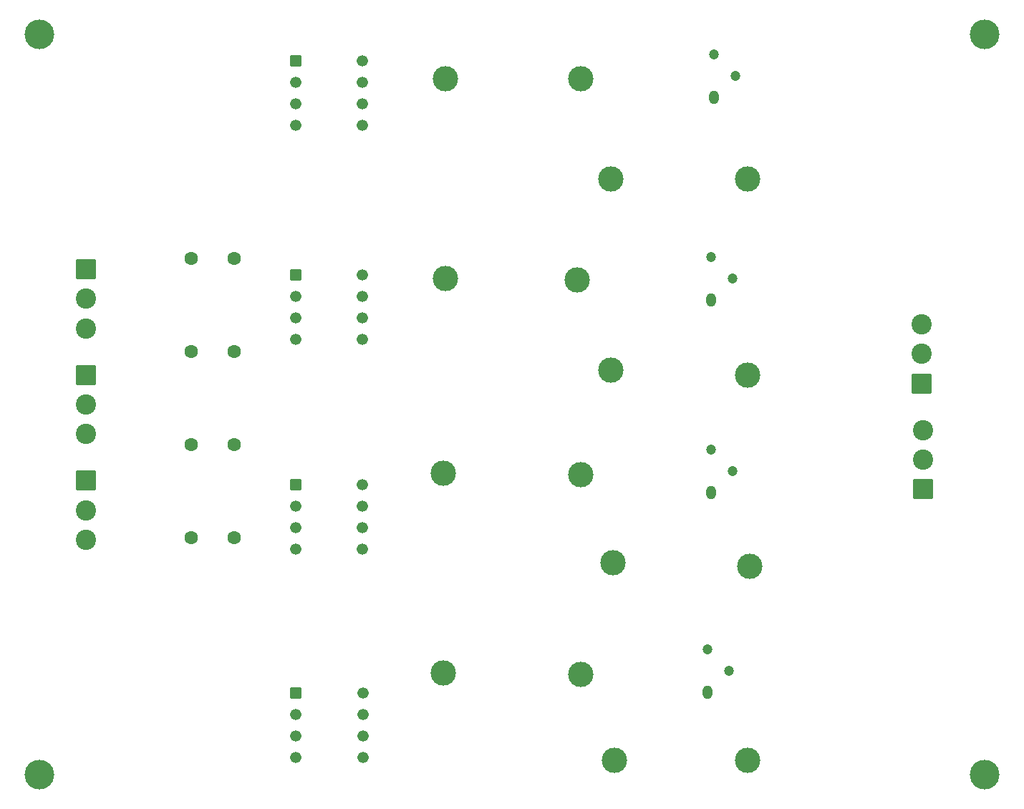
<source format=gbr>
%TF.GenerationSoftware,KiCad,Pcbnew,9.0.4-9.0.4-0~ubuntu24.04.1*%
%TF.CreationDate,2025-09-30T20:14:09-06:00*%
%TF.ProjectId,Interfaz_analogica,496e7465-7266-4617-9a5f-616e616c6f67,rev?*%
%TF.SameCoordinates,Original*%
%TF.FileFunction,Soldermask,Top*%
%TF.FilePolarity,Negative*%
%FSLAX46Y46*%
G04 Gerber Fmt 4.6, Leading zero omitted, Abs format (unit mm)*
G04 Created by KiCad (PCBNEW 9.0.4-9.0.4-0~ubuntu24.04.1) date 2025-09-30 20:14:09*
%MOMM*%
%LPD*%
G01*
G04 APERTURE LIST*
G04 Aperture macros list*
%AMRoundRect*
0 Rectangle with rounded corners*
0 $1 Rounding radius*
0 $2 $3 $4 $5 $6 $7 $8 $9 X,Y pos of 4 corners*
0 Add a 4 corners polygon primitive as box body*
4,1,4,$2,$3,$4,$5,$6,$7,$8,$9,$2,$3,0*
0 Add four circle primitives for the rounded corners*
1,1,$1+$1,$2,$3*
1,1,$1+$1,$4,$5*
1,1,$1+$1,$6,$7*
1,1,$1+$1,$8,$9*
0 Add four rect primitives between the rounded corners*
20,1,$1+$1,$2,$3,$4,$5,0*
20,1,$1+$1,$4,$5,$6,$7,0*
20,1,$1+$1,$6,$7,$8,$9,0*
20,1,$1+$1,$8,$9,$2,$3,0*%
G04 Aperture macros list end*
%ADD10RoundRect,0.250001X0.949999X-0.949999X0.949999X0.949999X-0.949999X0.949999X-0.949999X-0.949999X0*%
%ADD11C,2.400000*%
%ADD12C,1.600000*%
%ADD13C,3.000000*%
%ADD14O,1.200000X1.600000*%
%ADD15C,1.200000*%
%ADD16RoundRect,0.102000X-0.565000X-0.565000X0.565000X-0.565000X0.565000X0.565000X-0.565000X0.565000X0*%
%ADD17C,1.334000*%
%ADD18C,3.500000*%
%ADD19RoundRect,0.250001X-0.949999X0.949999X-0.949999X-0.949999X0.949999X-0.949999X0.949999X0.949999X0*%
G04 APERTURE END LIST*
D10*
%TO.C,J9_1*%
X86332500Y-47500000D03*
D11*
X86332500Y-44000000D03*
X86332500Y-40500000D03*
%TD*%
D12*
%TO.C,C3*%
X12000Y-54712000D03*
X5012000Y-54712000D03*
%TD*%
D13*
%TO.C,J5-1*%
X49600000Y-23300000D03*
%TD*%
D14*
%TO.C,Q1*%
X61800000Y-13640000D03*
D15*
X64340000Y-11100000D03*
X61800000Y-8560000D03*
%TD*%
D16*
%TO.C,U3*%
X12300000Y-59460000D03*
D17*
X12300000Y-62000000D03*
X12300000Y-64540000D03*
X12300000Y-67080000D03*
X20240000Y-67080000D03*
X20240000Y-64540000D03*
X20240000Y-62000000D03*
X20240000Y-59460000D03*
%TD*%
D18*
%TO.C,H4*%
X-18000000Y-93800000D03*
%TD*%
D13*
%TO.C,J7-2*%
X66000000Y-69100000D03*
%TD*%
%TO.C,J2-2*%
X45600000Y-35300000D03*
%TD*%
%TO.C,J5-2*%
X65800000Y-23300000D03*
%TD*%
D16*
%TO.C,U4*%
X12330000Y-84150000D03*
D17*
X12330000Y-86690000D03*
X12330000Y-89230000D03*
X12330000Y-91770000D03*
X20270000Y-91770000D03*
X20270000Y-89230000D03*
X20270000Y-86690000D03*
X20270000Y-84150000D03*
%TD*%
D10*
%TO.C,J9_2*%
X86500000Y-60000000D03*
D11*
X86500000Y-56500000D03*
X86500000Y-53000000D03*
%TD*%
D14*
%TO.C,Q3*%
X61400000Y-60440000D03*
D15*
X63940000Y-57900000D03*
X61400000Y-55360000D03*
%TD*%
D13*
%TO.C,J7-1*%
X49800000Y-68700000D03*
%TD*%
%TO.C,J1-1*%
X30000000Y-11500000D03*
%TD*%
%TO.C,J6-2*%
X65800000Y-46500000D03*
%TD*%
D12*
%TO.C,C2*%
X12000Y-43712000D03*
X5012000Y-43712000D03*
%TD*%
D13*
%TO.C,J3-2*%
X46000000Y-58300000D03*
%TD*%
%TO.C,J4-2*%
X46000000Y-81900000D03*
%TD*%
%TO.C,J8-2*%
X65800000Y-92100000D03*
%TD*%
D12*
%TO.C,C4*%
X12000Y-65712000D03*
X5012000Y-65712000D03*
%TD*%
D18*
%TO.C,H3*%
X93800000Y-93800000D03*
%TD*%
D13*
%TO.C,J3-1*%
X29800000Y-58100000D03*
%TD*%
D16*
%TO.C,U2*%
X12301900Y-34690000D03*
D17*
X12301900Y-37230000D03*
X12301900Y-39770000D03*
X12301900Y-42310000D03*
X20241900Y-42310000D03*
X20241900Y-39770000D03*
X20241900Y-37230000D03*
X20241900Y-34690000D03*
%TD*%
D13*
%TO.C,J8-1*%
X50000000Y-92100000D03*
%TD*%
D18*
%TO.C,H1*%
X-18000000Y-6212000D03*
%TD*%
D12*
%TO.C,C1*%
X12000Y-32712000D03*
X5012000Y-32712000D03*
%TD*%
D14*
%TO.C,Q2*%
X61400000Y-37640000D03*
D15*
X63940000Y-35100000D03*
X61400000Y-32560000D03*
%TD*%
D14*
%TO.C,Q4*%
X61000000Y-84040000D03*
D15*
X63540000Y-81500000D03*
X61000000Y-78960000D03*
%TD*%
D13*
%TO.C,J4-1*%
X29800000Y-81700000D03*
%TD*%
D19*
%TO.C,J0_3*%
X-12500000Y-59000000D03*
D11*
X-12500000Y-62500000D03*
X-12500000Y-66000000D03*
%TD*%
D18*
%TO.C,H2*%
X93800000Y-6200000D03*
%TD*%
D13*
%TO.C,J2-1*%
X30000000Y-35100000D03*
%TD*%
D16*
%TO.C,U1*%
X12300000Y-9360000D03*
D17*
X12300000Y-11900000D03*
X12300000Y-14440000D03*
X12300000Y-16980000D03*
X20240000Y-16980000D03*
X20240000Y-14440000D03*
X20240000Y-11900000D03*
X20240000Y-9360000D03*
%TD*%
D19*
%TO.C,J0_1*%
X-12500000Y-34000000D03*
D11*
X-12500000Y-37500000D03*
X-12500000Y-41000000D03*
%TD*%
D13*
%TO.C,J6-1*%
X49600000Y-45900000D03*
%TD*%
%TO.C,J1-2*%
X46000000Y-11500000D03*
%TD*%
D19*
%TO.C,J0_2*%
X-12500000Y-46500000D03*
D11*
X-12500000Y-50000000D03*
X-12500000Y-53500000D03*
%TD*%
M02*

</source>
